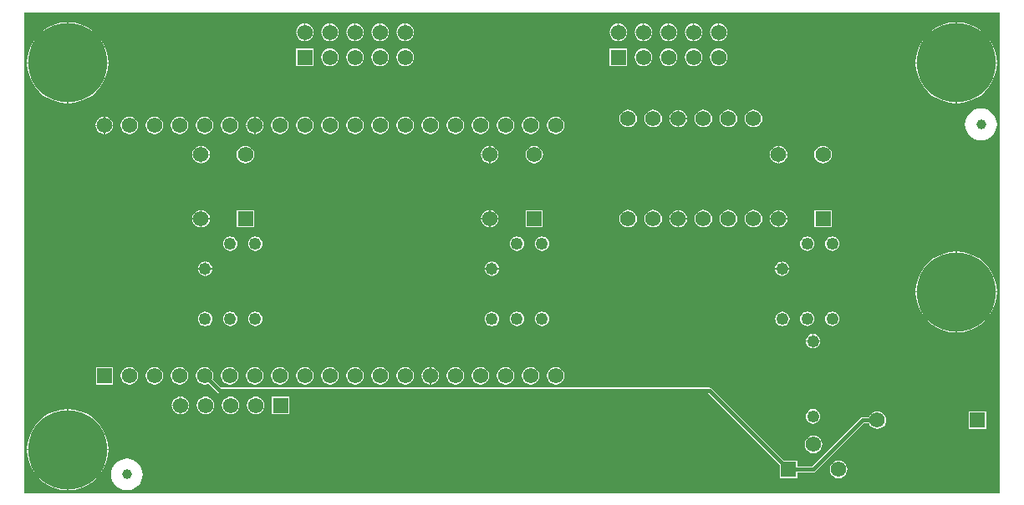
<source format=gbl>
G04*
G04 #@! TF.GenerationSoftware,Altium Limited,Altium Designer,20.0.13 (296)*
G04*
G04 Layer_Physical_Order=4*
G04 Layer_Color=16711680*
%FSLAX25Y25*%
%MOIN*%
G70*
G01*
G75*
%ADD17C,0.01500*%
%ADD18C,0.04921*%
%ADD19C,0.31496*%
%ADD20C,0.03937*%
%ADD21C,0.06142*%
%ADD22R,0.06142X0.06142*%
%ADD23R,0.06142X0.06142*%
G36*
X391286Y2415D02*
X2415D01*
Y194436D01*
X391286D01*
Y2415D01*
D02*
G37*
%LPC*%
G36*
X279472Y189911D02*
Y186637D01*
X282746D01*
X282653Y187343D01*
X282304Y188187D01*
X281747Y188912D01*
X281022Y189469D01*
X280178Y189819D01*
X279472Y189911D01*
D02*
G37*
G36*
X279072D02*
X278366Y189819D01*
X277521Y189469D01*
X276796Y188912D01*
X276240Y188187D01*
X275890Y187343D01*
X275797Y186637D01*
X279072D01*
Y189911D01*
D02*
G37*
G36*
X269472D02*
Y186637D01*
X272746D01*
X272653Y187343D01*
X272304Y188187D01*
X271747Y188912D01*
X271022Y189469D01*
X270178Y189819D01*
X269472Y189911D01*
D02*
G37*
G36*
X269072D02*
X268366Y189819D01*
X267521Y189469D01*
X266796Y188912D01*
X266240Y188187D01*
X265890Y187343D01*
X265797Y186637D01*
X269072D01*
Y189911D01*
D02*
G37*
G36*
X259472D02*
Y186637D01*
X262746D01*
X262653Y187343D01*
X262303Y188187D01*
X261747Y188912D01*
X261022Y189469D01*
X260178Y189819D01*
X259472Y189911D01*
D02*
G37*
G36*
X259072D02*
X258366Y189819D01*
X257521Y189469D01*
X256796Y188912D01*
X256240Y188187D01*
X255890Y187343D01*
X255797Y186637D01*
X259072D01*
Y189911D01*
D02*
G37*
G36*
X249472D02*
Y186637D01*
X252746D01*
X252653Y187343D01*
X252304Y188187D01*
X251747Y188912D01*
X251022Y189469D01*
X250178Y189819D01*
X249472Y189911D01*
D02*
G37*
G36*
X249072D02*
X248366Y189819D01*
X247521Y189469D01*
X246796Y188912D01*
X246240Y188187D01*
X245890Y187343D01*
X245797Y186637D01*
X249072D01*
Y189911D01*
D02*
G37*
G36*
X239472D02*
Y186637D01*
X242746D01*
X242653Y187343D01*
X242303Y188187D01*
X241747Y188912D01*
X241022Y189469D01*
X240178Y189819D01*
X239472Y189911D01*
D02*
G37*
G36*
X239072D02*
X238366Y189819D01*
X237521Y189469D01*
X236796Y188912D01*
X236240Y188187D01*
X235890Y187343D01*
X235797Y186637D01*
X239072D01*
Y189911D01*
D02*
G37*
G36*
X154472D02*
Y186637D01*
X157746D01*
X157653Y187343D01*
X157303Y188187D01*
X156747Y188912D01*
X156022Y189469D01*
X155178Y189819D01*
X154472Y189911D01*
D02*
G37*
G36*
X154072D02*
X153366Y189819D01*
X152521Y189469D01*
X151796Y188912D01*
X151240Y188187D01*
X150890Y187343D01*
X150797Y186637D01*
X154072D01*
Y189911D01*
D02*
G37*
G36*
X144472D02*
Y186637D01*
X147746D01*
X147653Y187343D01*
X147303Y188187D01*
X146747Y188912D01*
X146022Y189469D01*
X145178Y189819D01*
X144472Y189911D01*
D02*
G37*
G36*
X144072D02*
X143366Y189819D01*
X142521Y189469D01*
X141796Y188912D01*
X141240Y188187D01*
X140890Y187343D01*
X140797Y186637D01*
X144072D01*
Y189911D01*
D02*
G37*
G36*
X134472D02*
Y186637D01*
X137746D01*
X137653Y187343D01*
X137303Y188187D01*
X136747Y188912D01*
X136022Y189469D01*
X135178Y189819D01*
X134472Y189911D01*
D02*
G37*
G36*
X134072D02*
X133366Y189819D01*
X132521Y189469D01*
X131796Y188912D01*
X131240Y188187D01*
X130890Y187343D01*
X130797Y186637D01*
X134072D01*
Y189911D01*
D02*
G37*
G36*
X124472D02*
Y186637D01*
X127746D01*
X127653Y187343D01*
X127303Y188187D01*
X126747Y188912D01*
X126022Y189469D01*
X125178Y189819D01*
X124472Y189911D01*
D02*
G37*
G36*
X124072D02*
X123366Y189819D01*
X122521Y189469D01*
X121796Y188912D01*
X121240Y188187D01*
X120890Y187343D01*
X120797Y186637D01*
X124072D01*
Y189911D01*
D02*
G37*
G36*
X114472D02*
Y186637D01*
X117746D01*
X117653Y187343D01*
X117303Y188187D01*
X116747Y188912D01*
X116022Y189469D01*
X115178Y189819D01*
X114472Y189911D01*
D02*
G37*
G36*
X114072D02*
X113366Y189819D01*
X112521Y189469D01*
X111796Y188912D01*
X111240Y188187D01*
X110890Y187343D01*
X110797Y186637D01*
X114072D01*
Y189911D01*
D02*
G37*
G36*
X282746Y186237D02*
X279472D01*
Y182963D01*
X280178Y183055D01*
X281022Y183405D01*
X281747Y183962D01*
X282304Y184687D01*
X282653Y185531D01*
X282746Y186237D01*
D02*
G37*
G36*
X279072D02*
X275797D01*
X275890Y185531D01*
X276240Y184687D01*
X276796Y183962D01*
X277521Y183405D01*
X278366Y183055D01*
X279072Y182963D01*
Y186237D01*
D02*
G37*
G36*
X272746D02*
X269472D01*
Y182963D01*
X270178Y183055D01*
X271022Y183405D01*
X271747Y183962D01*
X272304Y184687D01*
X272653Y185531D01*
X272746Y186237D01*
D02*
G37*
G36*
X269072D02*
X265797D01*
X265890Y185531D01*
X266240Y184687D01*
X266796Y183962D01*
X267521Y183405D01*
X268366Y183055D01*
X269072Y182963D01*
Y186237D01*
D02*
G37*
G36*
X262746D02*
X259472D01*
Y182963D01*
X260178Y183055D01*
X261022Y183405D01*
X261747Y183962D01*
X262303Y184687D01*
X262653Y185531D01*
X262746Y186237D01*
D02*
G37*
G36*
X259072D02*
X255797D01*
X255890Y185531D01*
X256240Y184687D01*
X256796Y183962D01*
X257521Y183405D01*
X258366Y183055D01*
X259072Y182963D01*
Y186237D01*
D02*
G37*
G36*
X252746D02*
X249472D01*
Y182963D01*
X250178Y183055D01*
X251022Y183405D01*
X251747Y183962D01*
X252304Y184687D01*
X252653Y185531D01*
X252746Y186237D01*
D02*
G37*
G36*
X249072D02*
X245797D01*
X245890Y185531D01*
X246240Y184687D01*
X246796Y183962D01*
X247521Y183405D01*
X248366Y183055D01*
X249072Y182963D01*
Y186237D01*
D02*
G37*
G36*
X242746D02*
X239472D01*
Y182963D01*
X240178Y183055D01*
X241022Y183405D01*
X241747Y183962D01*
X242303Y184687D01*
X242653Y185531D01*
X242746Y186237D01*
D02*
G37*
G36*
X239072D02*
X235797D01*
X235890Y185531D01*
X236240Y184687D01*
X236796Y183962D01*
X237521Y183405D01*
X238366Y183055D01*
X239072Y182963D01*
Y186237D01*
D02*
G37*
G36*
X157746D02*
X154472D01*
Y182963D01*
X155178Y183055D01*
X156022Y183405D01*
X156747Y183962D01*
X157303Y184687D01*
X157653Y185531D01*
X157746Y186237D01*
D02*
G37*
G36*
X154072D02*
X150797D01*
X150890Y185531D01*
X151240Y184687D01*
X151796Y183962D01*
X152521Y183405D01*
X153366Y183055D01*
X154072Y182963D01*
Y186237D01*
D02*
G37*
G36*
X147746D02*
X144472D01*
Y182963D01*
X145178Y183055D01*
X146022Y183405D01*
X146747Y183962D01*
X147303Y184687D01*
X147653Y185531D01*
X147746Y186237D01*
D02*
G37*
G36*
X144072D02*
X140797D01*
X140890Y185531D01*
X141240Y184687D01*
X141796Y183962D01*
X142521Y183405D01*
X143366Y183055D01*
X144072Y182963D01*
Y186237D01*
D02*
G37*
G36*
X137746D02*
X134472D01*
Y182963D01*
X135178Y183055D01*
X136022Y183405D01*
X136747Y183962D01*
X137303Y184687D01*
X137653Y185531D01*
X137746Y186237D01*
D02*
G37*
G36*
X134072D02*
X130797D01*
X130890Y185531D01*
X131240Y184687D01*
X131796Y183962D01*
X132521Y183405D01*
X133366Y183055D01*
X134072Y182963D01*
Y186237D01*
D02*
G37*
G36*
X127746D02*
X124472D01*
Y182963D01*
X125178Y183055D01*
X126022Y183405D01*
X126747Y183962D01*
X127303Y184687D01*
X127653Y185531D01*
X127746Y186237D01*
D02*
G37*
G36*
X124072D02*
X120797D01*
X120890Y185531D01*
X121240Y184687D01*
X121796Y183962D01*
X122521Y183405D01*
X123366Y183055D01*
X124072Y182963D01*
Y186237D01*
D02*
G37*
G36*
X117746D02*
X114472D01*
Y182963D01*
X115178Y183055D01*
X116022Y183405D01*
X116747Y183962D01*
X117303Y184687D01*
X117653Y185531D01*
X117746Y186237D01*
D02*
G37*
G36*
X114072D02*
X110797D01*
X110890Y185531D01*
X111240Y184687D01*
X111796Y183962D01*
X112521Y183405D01*
X113366Y183055D01*
X114072Y182963D01*
Y186237D01*
D02*
G37*
G36*
X374216Y190395D02*
Y174413D01*
X390198D01*
X390014Y176746D01*
X389421Y179218D01*
X388448Y181566D01*
X387120Y183733D01*
X385469Y185666D01*
X383537Y187317D01*
X381369Y188645D01*
X379021Y189618D01*
X376550Y190211D01*
X374216Y190395D01*
D02*
G37*
G36*
X373816D02*
X371482Y190211D01*
X369010Y189618D01*
X366662Y188645D01*
X364495Y187317D01*
X362562Y185666D01*
X360911Y183733D01*
X359583Y181566D01*
X358611Y179218D01*
X358017Y176746D01*
X357834Y174413D01*
X373816D01*
Y190395D01*
D02*
G37*
G36*
X19885D02*
Y174413D01*
X35867D01*
X35684Y176746D01*
X35090Y179218D01*
X34117Y181566D01*
X32789Y183733D01*
X31139Y185666D01*
X29206Y187317D01*
X27039Y188645D01*
X24690Y189618D01*
X22219Y190211D01*
X19885Y190395D01*
D02*
G37*
G36*
X19485D02*
X17151Y190211D01*
X14680Y189618D01*
X12331Y188645D01*
X10164Y187317D01*
X8231Y185666D01*
X6581Y183733D01*
X5253Y181566D01*
X4280Y179218D01*
X3686Y176746D01*
X3503Y174413D01*
X19485D01*
Y190395D01*
D02*
G37*
G36*
X242742Y179908D02*
X235801D01*
Y172966D01*
X242742D01*
Y179908D01*
D02*
G37*
G36*
X117743D02*
X110801D01*
Y172966D01*
X117743D01*
Y179908D01*
D02*
G37*
G36*
X279272Y179938D02*
X278366Y179818D01*
X277521Y179469D01*
X276796Y178912D01*
X276240Y178187D01*
X275890Y177343D01*
X275771Y176437D01*
X275890Y175531D01*
X276240Y174687D01*
X276796Y173962D01*
X277521Y173405D01*
X278366Y173056D01*
X279272Y172936D01*
X280178Y173056D01*
X281022Y173405D01*
X281747Y173962D01*
X282304Y174687D01*
X282653Y175531D01*
X282772Y176437D01*
X282653Y177343D01*
X282304Y178187D01*
X281747Y178912D01*
X281022Y179469D01*
X280178Y179818D01*
X279272Y179938D01*
D02*
G37*
G36*
X269272D02*
X268366Y179818D01*
X267521Y179469D01*
X266796Y178912D01*
X266240Y178187D01*
X265890Y177343D01*
X265771Y176437D01*
X265890Y175531D01*
X266240Y174687D01*
X266796Y173962D01*
X267521Y173405D01*
X268366Y173056D01*
X269272Y172936D01*
X270178Y173056D01*
X271022Y173405D01*
X271747Y173962D01*
X272304Y174687D01*
X272653Y175531D01*
X272773Y176437D01*
X272653Y177343D01*
X272304Y178187D01*
X271747Y178912D01*
X271022Y179469D01*
X270178Y179818D01*
X269272Y179938D01*
D02*
G37*
G36*
X259272D02*
X258366Y179818D01*
X257521Y179469D01*
X256796Y178912D01*
X256240Y178187D01*
X255890Y177343D01*
X255771Y176437D01*
X255890Y175531D01*
X256240Y174687D01*
X256796Y173962D01*
X257521Y173405D01*
X258366Y173056D01*
X259272Y172936D01*
X260178Y173056D01*
X261022Y173405D01*
X261747Y173962D01*
X262303Y174687D01*
X262653Y175531D01*
X262772Y176437D01*
X262653Y177343D01*
X262303Y178187D01*
X261747Y178912D01*
X261022Y179469D01*
X260178Y179818D01*
X259272Y179938D01*
D02*
G37*
G36*
X249272D02*
X248366Y179818D01*
X247521Y179469D01*
X246796Y178912D01*
X246240Y178187D01*
X245890Y177343D01*
X245771Y176437D01*
X245890Y175531D01*
X246240Y174687D01*
X246796Y173962D01*
X247521Y173405D01*
X248366Y173056D01*
X249272Y172936D01*
X250178Y173056D01*
X251022Y173405D01*
X251747Y173962D01*
X252304Y174687D01*
X252653Y175531D01*
X252772Y176437D01*
X252653Y177343D01*
X252304Y178187D01*
X251747Y178912D01*
X251022Y179469D01*
X250178Y179818D01*
X249272Y179938D01*
D02*
G37*
G36*
X154272D02*
X153366Y179818D01*
X152521Y179469D01*
X151796Y178912D01*
X151240Y178187D01*
X150890Y177343D01*
X150771Y176437D01*
X150890Y175531D01*
X151240Y174687D01*
X151796Y173962D01*
X152521Y173405D01*
X153366Y173056D01*
X154272Y172936D01*
X155178Y173056D01*
X156022Y173405D01*
X156747Y173962D01*
X157303Y174687D01*
X157653Y175531D01*
X157773Y176437D01*
X157653Y177343D01*
X157303Y178187D01*
X156747Y178912D01*
X156022Y179469D01*
X155178Y179818D01*
X154272Y179938D01*
D02*
G37*
G36*
X144272D02*
X143366Y179818D01*
X142521Y179469D01*
X141796Y178912D01*
X141240Y178187D01*
X140890Y177343D01*
X140771Y176437D01*
X140890Y175531D01*
X141240Y174687D01*
X141796Y173962D01*
X142521Y173405D01*
X143366Y173056D01*
X144272Y172936D01*
X145178Y173056D01*
X146022Y173405D01*
X146747Y173962D01*
X147303Y174687D01*
X147653Y175531D01*
X147773Y176437D01*
X147653Y177343D01*
X147303Y178187D01*
X146747Y178912D01*
X146022Y179469D01*
X145178Y179818D01*
X144272Y179938D01*
D02*
G37*
G36*
X134272D02*
X133366Y179818D01*
X132521Y179469D01*
X131796Y178912D01*
X131240Y178187D01*
X130890Y177343D01*
X130771Y176437D01*
X130890Y175531D01*
X131240Y174687D01*
X131796Y173962D01*
X132521Y173405D01*
X133366Y173056D01*
X134272Y172936D01*
X135178Y173056D01*
X136022Y173405D01*
X136747Y173962D01*
X137303Y174687D01*
X137653Y175531D01*
X137773Y176437D01*
X137653Y177343D01*
X137303Y178187D01*
X136747Y178912D01*
X136022Y179469D01*
X135178Y179818D01*
X134272Y179938D01*
D02*
G37*
G36*
X124272D02*
X123366Y179818D01*
X122521Y179469D01*
X121796Y178912D01*
X121240Y178187D01*
X120890Y177343D01*
X120771Y176437D01*
X120890Y175531D01*
X121240Y174687D01*
X121796Y173962D01*
X122521Y173405D01*
X123366Y173056D01*
X124272Y172936D01*
X125178Y173056D01*
X126022Y173405D01*
X126747Y173962D01*
X127303Y174687D01*
X127653Y175531D01*
X127772Y176437D01*
X127653Y177343D01*
X127303Y178187D01*
X126747Y178912D01*
X126022Y179469D01*
X125178Y179818D01*
X124272Y179938D01*
D02*
G37*
G36*
X390198Y174013D02*
X374216D01*
Y158030D01*
X376550Y158214D01*
X379021Y158807D01*
X381369Y159780D01*
X383537Y161108D01*
X385469Y162759D01*
X387120Y164692D01*
X388448Y166859D01*
X389421Y169207D01*
X390014Y171679D01*
X390198Y174013D01*
D02*
G37*
G36*
X373816D02*
X357834D01*
X358017Y171679D01*
X358611Y169207D01*
X359583Y166859D01*
X360911Y164692D01*
X362562Y162759D01*
X364495Y161108D01*
X366662Y159780D01*
X369010Y158807D01*
X371482Y158214D01*
X373816Y158030D01*
Y174013D01*
D02*
G37*
G36*
X35867D02*
X19885D01*
Y158030D01*
X22219Y158214D01*
X24690Y158807D01*
X27039Y159780D01*
X29206Y161108D01*
X31139Y162759D01*
X32789Y164692D01*
X34117Y166859D01*
X35090Y169207D01*
X35684Y171679D01*
X35867Y174013D01*
D02*
G37*
G36*
X19485D02*
X3503D01*
X3686Y171679D01*
X4280Y169207D01*
X5253Y166859D01*
X6581Y164692D01*
X8231Y162759D01*
X10164Y161108D01*
X12331Y159780D01*
X14680Y158807D01*
X17151Y158214D01*
X19485Y158030D01*
Y174013D01*
D02*
G37*
G36*
X263350Y155443D02*
Y152169D01*
X266624D01*
X266531Y152875D01*
X266181Y153719D01*
X265625Y154444D01*
X264900Y155000D01*
X264056Y155350D01*
X263350Y155443D01*
D02*
G37*
G36*
X262950D02*
X262244Y155350D01*
X261399Y155000D01*
X260674Y154444D01*
X260118Y153719D01*
X259768Y152875D01*
X259675Y152169D01*
X262950D01*
Y155443D01*
D02*
G37*
G36*
X94531Y152687D02*
Y149413D01*
X97805D01*
X97712Y150119D01*
X97363Y150963D01*
X96806Y151688D01*
X96081Y152244D01*
X95237Y152594D01*
X94531Y152687D01*
D02*
G37*
G36*
X34531D02*
Y149413D01*
X37805D01*
X37712Y150119D01*
X37363Y150963D01*
X36806Y151688D01*
X36081Y152244D01*
X35237Y152594D01*
X34531Y152687D01*
D02*
G37*
G36*
X34131D02*
X33425Y152594D01*
X32580Y152244D01*
X31855Y151688D01*
X31299Y150963D01*
X30949Y150119D01*
X30856Y149413D01*
X34131D01*
Y152687D01*
D02*
G37*
G36*
X94131D02*
X93425Y152594D01*
X92580Y152244D01*
X91855Y151688D01*
X91299Y150963D01*
X90949Y150119D01*
X90856Y149413D01*
X94131D01*
Y152687D01*
D02*
G37*
G36*
X262950Y151769D02*
X259675D01*
X259768Y151062D01*
X260118Y150218D01*
X260674Y149493D01*
X261399Y148937D01*
X262244Y148587D01*
X262950Y148494D01*
Y151769D01*
D02*
G37*
G36*
X266624D02*
X263350D01*
Y148494D01*
X264056Y148587D01*
X264900Y148937D01*
X265625Y149493D01*
X266181Y150218D01*
X266531Y151062D01*
X266624Y151769D01*
D02*
G37*
G36*
X293150Y155469D02*
X292244Y155350D01*
X291399Y155000D01*
X290674Y154444D01*
X290118Y153719D01*
X289768Y152875D01*
X289649Y151969D01*
X289768Y151062D01*
X290118Y150218D01*
X290674Y149493D01*
X291399Y148937D01*
X292244Y148587D01*
X293150Y148468D01*
X294056Y148587D01*
X294900Y148937D01*
X295625Y149493D01*
X296181Y150218D01*
X296531Y151062D01*
X296650Y151969D01*
X296531Y152875D01*
X296181Y153719D01*
X295625Y154444D01*
X294900Y155000D01*
X294056Y155350D01*
X293150Y155469D01*
D02*
G37*
G36*
X283150D02*
X282243Y155350D01*
X281399Y155000D01*
X280674Y154444D01*
X280118Y153719D01*
X279768Y152875D01*
X279649Y151969D01*
X279768Y151062D01*
X280118Y150218D01*
X280674Y149493D01*
X281399Y148937D01*
X282243Y148587D01*
X283150Y148468D01*
X284056Y148587D01*
X284900Y148937D01*
X285625Y149493D01*
X286181Y150218D01*
X286531Y151062D01*
X286650Y151969D01*
X286531Y152875D01*
X286181Y153719D01*
X285625Y154444D01*
X284900Y155000D01*
X284056Y155350D01*
X283150Y155469D01*
D02*
G37*
G36*
X273150D02*
X272243Y155350D01*
X271399Y155000D01*
X270674Y154444D01*
X270118Y153719D01*
X269768Y152875D01*
X269649Y151969D01*
X269768Y151062D01*
X270118Y150218D01*
X270674Y149493D01*
X271399Y148937D01*
X272243Y148587D01*
X273150Y148468D01*
X274056Y148587D01*
X274900Y148937D01*
X275625Y149493D01*
X276181Y150218D01*
X276531Y151062D01*
X276650Y151969D01*
X276531Y152875D01*
X276181Y153719D01*
X275625Y154444D01*
X274900Y155000D01*
X274056Y155350D01*
X273150Y155469D01*
D02*
G37*
G36*
X253150D02*
X252243Y155350D01*
X251399Y155000D01*
X250674Y154444D01*
X250118Y153719D01*
X249768Y152875D01*
X249649Y151969D01*
X249768Y151062D01*
X250118Y150218D01*
X250674Y149493D01*
X251399Y148937D01*
X252243Y148587D01*
X253150Y148468D01*
X254056Y148587D01*
X254900Y148937D01*
X255625Y149493D01*
X256181Y150218D01*
X256531Y151062D01*
X256650Y151969D01*
X256531Y152875D01*
X256181Y153719D01*
X255625Y154444D01*
X254900Y155000D01*
X254056Y155350D01*
X253150Y155469D01*
D02*
G37*
G36*
X243150D02*
X242244Y155350D01*
X241399Y155000D01*
X240674Y154444D01*
X240118Y153719D01*
X239768Y152875D01*
X239649Y151969D01*
X239768Y151062D01*
X240118Y150218D01*
X240674Y149493D01*
X241399Y148937D01*
X242244Y148587D01*
X243150Y148468D01*
X244056Y148587D01*
X244900Y148937D01*
X245625Y149493D01*
X246181Y150218D01*
X246531Y151062D01*
X246650Y151969D01*
X246531Y152875D01*
X246181Y153719D01*
X245625Y154444D01*
X244900Y155000D01*
X244056Y155350D01*
X243150Y155469D01*
D02*
G37*
G36*
X97805Y149013D02*
X94531D01*
Y145738D01*
X95237Y145831D01*
X96081Y146181D01*
X96806Y146737D01*
X97363Y147462D01*
X97712Y148307D01*
X97805Y149013D01*
D02*
G37*
G36*
X37805D02*
X34531D01*
Y145738D01*
X35237Y145831D01*
X36081Y146181D01*
X36806Y146737D01*
X37363Y147462D01*
X37712Y148307D01*
X37805Y149013D01*
D02*
G37*
G36*
X34131D02*
X30856D01*
X30949Y148307D01*
X31299Y147462D01*
X31855Y146737D01*
X32580Y146181D01*
X33425Y145831D01*
X34131Y145738D01*
Y149013D01*
D02*
G37*
G36*
X94131D02*
X90856D01*
X90949Y148307D01*
X91299Y147462D01*
X91855Y146737D01*
X92580Y146181D01*
X93425Y145831D01*
X94131Y145738D01*
Y149013D01*
D02*
G37*
G36*
X214331Y152713D02*
X213425Y152594D01*
X212580Y152244D01*
X211855Y151688D01*
X211299Y150963D01*
X210949Y150119D01*
X210830Y149213D01*
X210949Y148307D01*
X211299Y147462D01*
X211855Y146737D01*
X212580Y146181D01*
X213425Y145831D01*
X214331Y145712D01*
X215237Y145831D01*
X216081Y146181D01*
X216806Y146737D01*
X217362Y147462D01*
X217712Y148307D01*
X217831Y149213D01*
X217712Y150119D01*
X217362Y150963D01*
X216806Y151688D01*
X216081Y152244D01*
X215237Y152594D01*
X214331Y152713D01*
D02*
G37*
G36*
X204331D02*
X203425Y152594D01*
X202580Y152244D01*
X201855Y151688D01*
X201299Y150963D01*
X200949Y150119D01*
X200830Y149213D01*
X200949Y148307D01*
X201299Y147462D01*
X201855Y146737D01*
X202580Y146181D01*
X203425Y145831D01*
X204331Y145712D01*
X205237Y145831D01*
X206081Y146181D01*
X206806Y146737D01*
X207363Y147462D01*
X207712Y148307D01*
X207832Y149213D01*
X207712Y150119D01*
X207363Y150963D01*
X206806Y151688D01*
X206081Y152244D01*
X205237Y152594D01*
X204331Y152713D01*
D02*
G37*
G36*
X194331D02*
X193425Y152594D01*
X192580Y152244D01*
X191855Y151688D01*
X191299Y150963D01*
X190949Y150119D01*
X190830Y149213D01*
X190949Y148307D01*
X191299Y147462D01*
X191855Y146737D01*
X192580Y146181D01*
X193425Y145831D01*
X194331Y145712D01*
X195237Y145831D01*
X196081Y146181D01*
X196806Y146737D01*
X197362Y147462D01*
X197712Y148307D01*
X197831Y149213D01*
X197712Y150119D01*
X197362Y150963D01*
X196806Y151688D01*
X196081Y152244D01*
X195237Y152594D01*
X194331Y152713D01*
D02*
G37*
G36*
X184331D02*
X183425Y152594D01*
X182580Y152244D01*
X181855Y151688D01*
X181299Y150963D01*
X180949Y150119D01*
X180830Y149213D01*
X180949Y148307D01*
X181299Y147462D01*
X181855Y146737D01*
X182580Y146181D01*
X183425Y145831D01*
X184331Y145712D01*
X185237Y145831D01*
X186081Y146181D01*
X186806Y146737D01*
X187363Y147462D01*
X187712Y148307D01*
X187831Y149213D01*
X187712Y150119D01*
X187363Y150963D01*
X186806Y151688D01*
X186081Y152244D01*
X185237Y152594D01*
X184331Y152713D01*
D02*
G37*
G36*
X174331D02*
X173425Y152594D01*
X172580Y152244D01*
X171855Y151688D01*
X171299Y150963D01*
X170949Y150119D01*
X170830Y149213D01*
X170949Y148307D01*
X171299Y147462D01*
X171855Y146737D01*
X172580Y146181D01*
X173425Y145831D01*
X174331Y145712D01*
X175237Y145831D01*
X176081Y146181D01*
X176806Y146737D01*
X177363Y147462D01*
X177712Y148307D01*
X177831Y149213D01*
X177712Y150119D01*
X177363Y150963D01*
X176806Y151688D01*
X176081Y152244D01*
X175237Y152594D01*
X174331Y152713D01*
D02*
G37*
G36*
X164331D02*
X163425Y152594D01*
X162580Y152244D01*
X161855Y151688D01*
X161299Y150963D01*
X160949Y150119D01*
X160830Y149213D01*
X160949Y148307D01*
X161299Y147462D01*
X161855Y146737D01*
X162580Y146181D01*
X163425Y145831D01*
X164331Y145712D01*
X165237Y145831D01*
X166081Y146181D01*
X166806Y146737D01*
X167362Y147462D01*
X167712Y148307D01*
X167832Y149213D01*
X167712Y150119D01*
X167362Y150963D01*
X166806Y151688D01*
X166081Y152244D01*
X165237Y152594D01*
X164331Y152713D01*
D02*
G37*
G36*
X154331D02*
X153425Y152594D01*
X152580Y152244D01*
X151855Y151688D01*
X151299Y150963D01*
X150949Y150119D01*
X150830Y149213D01*
X150949Y148307D01*
X151299Y147462D01*
X151855Y146737D01*
X152580Y146181D01*
X153425Y145831D01*
X154331Y145712D01*
X155237Y145831D01*
X156081Y146181D01*
X156806Y146737D01*
X157362Y147462D01*
X157712Y148307D01*
X157832Y149213D01*
X157712Y150119D01*
X157362Y150963D01*
X156806Y151688D01*
X156081Y152244D01*
X155237Y152594D01*
X154331Y152713D01*
D02*
G37*
G36*
X144331D02*
X143425Y152594D01*
X142580Y152244D01*
X141855Y151688D01*
X141299Y150963D01*
X140949Y150119D01*
X140830Y149213D01*
X140949Y148307D01*
X141299Y147462D01*
X141855Y146737D01*
X142580Y146181D01*
X143425Y145831D01*
X144331Y145712D01*
X145237Y145831D01*
X146081Y146181D01*
X146806Y146737D01*
X147362Y147462D01*
X147712Y148307D01*
X147831Y149213D01*
X147712Y150119D01*
X147362Y150963D01*
X146806Y151688D01*
X146081Y152244D01*
X145237Y152594D01*
X144331Y152713D01*
D02*
G37*
G36*
X134331D02*
X133425Y152594D01*
X132580Y152244D01*
X131855Y151688D01*
X131299Y150963D01*
X130949Y150119D01*
X130830Y149213D01*
X130949Y148307D01*
X131299Y147462D01*
X131855Y146737D01*
X132580Y146181D01*
X133425Y145831D01*
X134331Y145712D01*
X135237Y145831D01*
X136081Y146181D01*
X136806Y146737D01*
X137363Y147462D01*
X137712Y148307D01*
X137831Y149213D01*
X137712Y150119D01*
X137363Y150963D01*
X136806Y151688D01*
X136081Y152244D01*
X135237Y152594D01*
X134331Y152713D01*
D02*
G37*
G36*
X124331D02*
X123425Y152594D01*
X122580Y152244D01*
X121855Y151688D01*
X121299Y150963D01*
X120949Y150119D01*
X120830Y149213D01*
X120949Y148307D01*
X121299Y147462D01*
X121855Y146737D01*
X122580Y146181D01*
X123425Y145831D01*
X124331Y145712D01*
X125237Y145831D01*
X126081Y146181D01*
X126806Y146737D01*
X127363Y147462D01*
X127712Y148307D01*
X127831Y149213D01*
X127712Y150119D01*
X127363Y150963D01*
X126806Y151688D01*
X126081Y152244D01*
X125237Y152594D01*
X124331Y152713D01*
D02*
G37*
G36*
X114331D02*
X113425Y152594D01*
X112580Y152244D01*
X111855Y151688D01*
X111299Y150963D01*
X110949Y150119D01*
X110830Y149213D01*
X110949Y148307D01*
X111299Y147462D01*
X111855Y146737D01*
X112580Y146181D01*
X113425Y145831D01*
X114331Y145712D01*
X115237Y145831D01*
X116081Y146181D01*
X116806Y146737D01*
X117362Y147462D01*
X117712Y148307D01*
X117832Y149213D01*
X117712Y150119D01*
X117362Y150963D01*
X116806Y151688D01*
X116081Y152244D01*
X115237Y152594D01*
X114331Y152713D01*
D02*
G37*
G36*
X104331D02*
X103425Y152594D01*
X102580Y152244D01*
X101855Y151688D01*
X101299Y150963D01*
X100949Y150119D01*
X100830Y149213D01*
X100949Y148307D01*
X101299Y147462D01*
X101855Y146737D01*
X102580Y146181D01*
X103425Y145831D01*
X104331Y145712D01*
X105237Y145831D01*
X106081Y146181D01*
X106806Y146737D01*
X107362Y147462D01*
X107712Y148307D01*
X107832Y149213D01*
X107712Y150119D01*
X107362Y150963D01*
X106806Y151688D01*
X106081Y152244D01*
X105237Y152594D01*
X104331Y152713D01*
D02*
G37*
G36*
X84331D02*
X83425Y152594D01*
X82580Y152244D01*
X81855Y151688D01*
X81299Y150963D01*
X80949Y150119D01*
X80830Y149213D01*
X80949Y148307D01*
X81299Y147462D01*
X81855Y146737D01*
X82580Y146181D01*
X83425Y145831D01*
X84331Y145712D01*
X85237Y145831D01*
X86081Y146181D01*
X86806Y146737D01*
X87362Y147462D01*
X87712Y148307D01*
X87831Y149213D01*
X87712Y150119D01*
X87362Y150963D01*
X86806Y151688D01*
X86081Y152244D01*
X85237Y152594D01*
X84331Y152713D01*
D02*
G37*
G36*
X74331D02*
X73425Y152594D01*
X72580Y152244D01*
X71855Y151688D01*
X71299Y150963D01*
X70949Y150119D01*
X70830Y149213D01*
X70949Y148307D01*
X71299Y147462D01*
X71855Y146737D01*
X72580Y146181D01*
X73425Y145831D01*
X74331Y145712D01*
X75237Y145831D01*
X76081Y146181D01*
X76806Y146737D01*
X77363Y147462D01*
X77712Y148307D01*
X77832Y149213D01*
X77712Y150119D01*
X77363Y150963D01*
X76806Y151688D01*
X76081Y152244D01*
X75237Y152594D01*
X74331Y152713D01*
D02*
G37*
G36*
X64331D02*
X63425Y152594D01*
X62580Y152244D01*
X61855Y151688D01*
X61299Y150963D01*
X60949Y150119D01*
X60830Y149213D01*
X60949Y148307D01*
X61299Y147462D01*
X61855Y146737D01*
X62580Y146181D01*
X63425Y145831D01*
X64331Y145712D01*
X65237Y145831D01*
X66081Y146181D01*
X66806Y146737D01*
X67362Y147462D01*
X67712Y148307D01*
X67831Y149213D01*
X67712Y150119D01*
X67362Y150963D01*
X66806Y151688D01*
X66081Y152244D01*
X65237Y152594D01*
X64331Y152713D01*
D02*
G37*
G36*
X54331D02*
X53425Y152594D01*
X52580Y152244D01*
X51855Y151688D01*
X51299Y150963D01*
X50949Y150119D01*
X50830Y149213D01*
X50949Y148307D01*
X51299Y147462D01*
X51855Y146737D01*
X52580Y146181D01*
X53425Y145831D01*
X54331Y145712D01*
X55237Y145831D01*
X56081Y146181D01*
X56806Y146737D01*
X57363Y147462D01*
X57712Y148307D01*
X57832Y149213D01*
X57712Y150119D01*
X57363Y150963D01*
X56806Y151688D01*
X56081Y152244D01*
X55237Y152594D01*
X54331Y152713D01*
D02*
G37*
G36*
X44331D02*
X43425Y152594D01*
X42580Y152244D01*
X41855Y151688D01*
X41299Y150963D01*
X40949Y150119D01*
X40830Y149213D01*
X40949Y148307D01*
X41299Y147462D01*
X41855Y146737D01*
X42580Y146181D01*
X43425Y145831D01*
X44331Y145712D01*
X45237Y145831D01*
X46081Y146181D01*
X46806Y146737D01*
X47363Y147462D01*
X47712Y148307D01*
X47831Y149213D01*
X47712Y150119D01*
X47363Y150963D01*
X46806Y151688D01*
X46081Y152244D01*
X45237Y152594D01*
X44331Y152713D01*
D02*
G37*
G36*
X383858Y155942D02*
X382622Y155821D01*
X381434Y155460D01*
X380338Y154875D01*
X379378Y154086D01*
X378590Y153126D01*
X378005Y152031D01*
X377644Y150842D01*
X377522Y149606D01*
X377644Y148370D01*
X378005Y147182D01*
X378590Y146086D01*
X379378Y145126D01*
X380338Y144338D01*
X381434Y143753D01*
X382622Y143392D01*
X383858Y143270D01*
X385094Y143392D01*
X386283Y143753D01*
X387378Y144338D01*
X388338Y145126D01*
X389126Y146086D01*
X389712Y147182D01*
X390073Y148370D01*
X390194Y149606D01*
X390073Y150842D01*
X389712Y152031D01*
X389126Y153126D01*
X388338Y154086D01*
X387378Y154875D01*
X386283Y155460D01*
X385094Y155821D01*
X383858Y155942D01*
D02*
G37*
G36*
X303350Y141033D02*
Y137759D01*
X306624D01*
X306531Y138465D01*
X306181Y139309D01*
X305625Y140034D01*
X304900Y140591D01*
X304056Y140941D01*
X303350Y141033D01*
D02*
G37*
G36*
X188192D02*
Y137759D01*
X191467D01*
X191374Y138465D01*
X191024Y139309D01*
X190468Y140034D01*
X189743Y140591D01*
X188898Y140941D01*
X188192Y141033D01*
D02*
G37*
G36*
X73035D02*
Y137759D01*
X76309D01*
X76216Y138465D01*
X75866Y139309D01*
X75310Y140034D01*
X74585Y140591D01*
X73741Y140941D01*
X73035Y141033D01*
D02*
G37*
G36*
X302950D02*
X302243Y140941D01*
X301399Y140591D01*
X300674Y140034D01*
X300118Y139309D01*
X299768Y138465D01*
X299675Y137759D01*
X302950D01*
Y141033D01*
D02*
G37*
G36*
X72635D02*
X71929Y140941D01*
X71084Y140591D01*
X70359Y140034D01*
X69803Y139309D01*
X69453Y138465D01*
X69360Y137759D01*
X72635D01*
Y141033D01*
D02*
G37*
G36*
X187792D02*
X187086Y140941D01*
X186242Y140591D01*
X185517Y140034D01*
X184960Y139309D01*
X184611Y138465D01*
X184518Y137759D01*
X187792D01*
Y141033D01*
D02*
G37*
G36*
X191467Y137359D02*
X188192D01*
Y134085D01*
X188898Y134177D01*
X189743Y134527D01*
X190468Y135084D01*
X191024Y135809D01*
X191374Y136653D01*
X191467Y137359D01*
D02*
G37*
G36*
X306624D02*
X303350D01*
Y134085D01*
X304056Y134177D01*
X304900Y134527D01*
X305625Y135084D01*
X306181Y135809D01*
X306531Y136653D01*
X306624Y137359D01*
D02*
G37*
G36*
X76309D02*
X73035D01*
Y134085D01*
X73741Y134177D01*
X74585Y134527D01*
X75310Y135084D01*
X75866Y135809D01*
X76216Y136653D01*
X76309Y137359D01*
D02*
G37*
G36*
X72635D02*
X69360D01*
X69453Y136653D01*
X69803Y135809D01*
X70359Y135084D01*
X71084Y134527D01*
X71929Y134177D01*
X72635Y134085D01*
Y137359D01*
D02*
G37*
G36*
X302950D02*
X299675D01*
X299768Y136653D01*
X300118Y135809D01*
X300674Y135084D01*
X301399Y134527D01*
X302243Y134177D01*
X302950Y134085D01*
Y137359D01*
D02*
G37*
G36*
X187792D02*
X184518D01*
X184611Y136653D01*
X184960Y135809D01*
X185517Y135084D01*
X186242Y134527D01*
X187086Y134177D01*
X187792Y134085D01*
Y137359D01*
D02*
G37*
G36*
X320866Y141060D02*
X319960Y140941D01*
X319116Y140591D01*
X318391Y140034D01*
X317834Y139309D01*
X317485Y138465D01*
X317365Y137559D01*
X317485Y136653D01*
X317834Y135809D01*
X318391Y135084D01*
X319116Y134527D01*
X319960Y134177D01*
X320866Y134058D01*
X321772Y134177D01*
X322617Y134527D01*
X323342Y135084D01*
X323898Y135809D01*
X324248Y136653D01*
X324367Y137559D01*
X324248Y138465D01*
X323898Y139309D01*
X323342Y140034D01*
X322617Y140591D01*
X321772Y140941D01*
X320866Y141060D01*
D02*
G37*
G36*
X205709D02*
X204803Y140941D01*
X203958Y140591D01*
X203233Y140034D01*
X202677Y139309D01*
X202327Y138465D01*
X202208Y137559D01*
X202327Y136653D01*
X202677Y135809D01*
X203233Y135084D01*
X203958Y134527D01*
X204803Y134177D01*
X205709Y134058D01*
X206615Y134177D01*
X207459Y134527D01*
X208184Y135084D01*
X208740Y135809D01*
X209090Y136653D01*
X209209Y137559D01*
X209090Y138465D01*
X208740Y139309D01*
X208184Y140034D01*
X207459Y140591D01*
X206615Y140941D01*
X205709Y141060D01*
D02*
G37*
G36*
X90551D02*
X89645Y140941D01*
X88801Y140591D01*
X88076Y140034D01*
X87519Y139309D01*
X87170Y138465D01*
X87050Y137559D01*
X87170Y136653D01*
X87519Y135809D01*
X88076Y135084D01*
X88801Y134527D01*
X89645Y134177D01*
X90551Y134058D01*
X91457Y134177D01*
X92302Y134527D01*
X93027Y135084D01*
X93583Y135809D01*
X93933Y136653D01*
X94052Y137559D01*
X93933Y138465D01*
X93583Y139309D01*
X93027Y140034D01*
X92302Y140591D01*
X91457Y140941D01*
X90551Y141060D01*
D02*
G37*
G36*
X263350Y115443D02*
Y112169D01*
X266624D01*
X266531Y112875D01*
X266181Y113719D01*
X265625Y114444D01*
X264900Y115000D01*
X264056Y115350D01*
X263350Y115443D01*
D02*
G37*
G36*
X303350D02*
Y112169D01*
X306624D01*
X306531Y112875D01*
X306181Y113719D01*
X305625Y114444D01*
X304900Y115000D01*
X304056Y115350D01*
X303350Y115443D01*
D02*
G37*
G36*
X188192D02*
Y112169D01*
X191467D01*
X191374Y112875D01*
X191024Y113719D01*
X190468Y114444D01*
X189743Y115000D01*
X188898Y115350D01*
X188192Y115443D01*
D02*
G37*
G36*
X73035D02*
Y112169D01*
X76309D01*
X76216Y112875D01*
X75866Y113719D01*
X75310Y114444D01*
X74585Y115000D01*
X73741Y115350D01*
X73035Y115443D01*
D02*
G37*
G36*
X187792D02*
X187086Y115350D01*
X186242Y115000D01*
X185517Y114444D01*
X184960Y113719D01*
X184611Y112875D01*
X184518Y112169D01*
X187792D01*
Y115443D01*
D02*
G37*
G36*
X72635D02*
X71929Y115350D01*
X71084Y115000D01*
X70359Y114444D01*
X69803Y113719D01*
X69453Y112875D01*
X69360Y112169D01*
X72635D01*
Y115443D01*
D02*
G37*
G36*
X302950D02*
X302243Y115350D01*
X301399Y115000D01*
X300674Y114444D01*
X300118Y113719D01*
X299768Y112875D01*
X299675Y112169D01*
X302950D01*
Y115443D01*
D02*
G37*
G36*
X262950D02*
X262244Y115350D01*
X261399Y115000D01*
X260674Y114444D01*
X260118Y113719D01*
X259768Y112875D01*
X259675Y112169D01*
X262950D01*
Y115443D01*
D02*
G37*
G36*
X324337Y115439D02*
X317395D01*
Y108498D01*
X324337D01*
Y115439D01*
D02*
G37*
G36*
X209179D02*
X202238D01*
Y108498D01*
X209179D01*
Y115439D01*
D02*
G37*
G36*
X94022D02*
X87080D01*
Y108498D01*
X94022D01*
Y115439D01*
D02*
G37*
G36*
X262950Y111768D02*
X259675D01*
X259768Y111062D01*
X260118Y110218D01*
X260674Y109493D01*
X261399Y108937D01*
X262244Y108587D01*
X262950Y108494D01*
Y111768D01*
D02*
G37*
G36*
X306624D02*
X303350D01*
Y108494D01*
X304056Y108587D01*
X304900Y108937D01*
X305625Y109493D01*
X306181Y110218D01*
X306531Y111062D01*
X306624Y111768D01*
D02*
G37*
G36*
X76309D02*
X73035D01*
Y108494D01*
X73741Y108587D01*
X74585Y108937D01*
X75310Y109493D01*
X75866Y110218D01*
X76216Y111062D01*
X76309Y111768D01*
D02*
G37*
G36*
X191467D02*
X188192D01*
Y108494D01*
X188898Y108587D01*
X189743Y108937D01*
X190468Y109493D01*
X191024Y110218D01*
X191374Y111062D01*
X191467Y111768D01*
D02*
G37*
G36*
X72635D02*
X69360D01*
X69453Y111062D01*
X69803Y110218D01*
X70359Y109493D01*
X71084Y108937D01*
X71929Y108587D01*
X72635Y108494D01*
Y111768D01*
D02*
G37*
G36*
X302950D02*
X299675D01*
X299768Y111062D01*
X300118Y110218D01*
X300674Y109493D01*
X301399Y108937D01*
X302243Y108587D01*
X302950Y108494D01*
Y111768D01*
D02*
G37*
G36*
X187792D02*
X184518D01*
X184611Y111062D01*
X184960Y110218D01*
X185517Y109493D01*
X186242Y108937D01*
X187086Y108587D01*
X187792Y108494D01*
Y111768D01*
D02*
G37*
G36*
X266624D02*
X263350D01*
Y108494D01*
X264056Y108587D01*
X264900Y108937D01*
X265625Y109493D01*
X266181Y110218D01*
X266531Y111062D01*
X266624Y111768D01*
D02*
G37*
G36*
X293150Y115469D02*
X292244Y115350D01*
X291399Y115000D01*
X290674Y114444D01*
X290118Y113719D01*
X289768Y112875D01*
X289649Y111969D01*
X289768Y111062D01*
X290118Y110218D01*
X290674Y109493D01*
X291399Y108937D01*
X292244Y108587D01*
X293150Y108468D01*
X294056Y108587D01*
X294900Y108937D01*
X295625Y109493D01*
X296181Y110218D01*
X296531Y111062D01*
X296650Y111969D01*
X296531Y112875D01*
X296181Y113719D01*
X295625Y114444D01*
X294900Y115000D01*
X294056Y115350D01*
X293150Y115469D01*
D02*
G37*
G36*
X283150D02*
X282243Y115350D01*
X281399Y115000D01*
X280674Y114444D01*
X280118Y113719D01*
X279768Y112875D01*
X279649Y111969D01*
X279768Y111062D01*
X280118Y110218D01*
X280674Y109493D01*
X281399Y108937D01*
X282243Y108587D01*
X283150Y108468D01*
X284056Y108587D01*
X284900Y108937D01*
X285625Y109493D01*
X286181Y110218D01*
X286531Y111062D01*
X286650Y111969D01*
X286531Y112875D01*
X286181Y113719D01*
X285625Y114444D01*
X284900Y115000D01*
X284056Y115350D01*
X283150Y115469D01*
D02*
G37*
G36*
X273150D02*
X272243Y115350D01*
X271399Y115000D01*
X270674Y114444D01*
X270118Y113719D01*
X269768Y112875D01*
X269649Y111969D01*
X269768Y111062D01*
X270118Y110218D01*
X270674Y109493D01*
X271399Y108937D01*
X272243Y108587D01*
X273150Y108468D01*
X274056Y108587D01*
X274900Y108937D01*
X275625Y109493D01*
X276181Y110218D01*
X276531Y111062D01*
X276650Y111969D01*
X276531Y112875D01*
X276181Y113719D01*
X275625Y114444D01*
X274900Y115000D01*
X274056Y115350D01*
X273150Y115469D01*
D02*
G37*
G36*
X253150D02*
X252243Y115350D01*
X251399Y115000D01*
X250674Y114444D01*
X250118Y113719D01*
X249768Y112875D01*
X249649Y111969D01*
X249768Y111062D01*
X250118Y110218D01*
X250674Y109493D01*
X251399Y108937D01*
X252243Y108587D01*
X253150Y108468D01*
X254056Y108587D01*
X254900Y108937D01*
X255625Y109493D01*
X256181Y110218D01*
X256531Y111062D01*
X256650Y111969D01*
X256531Y112875D01*
X256181Y113719D01*
X255625Y114444D01*
X254900Y115000D01*
X254056Y115350D01*
X253150Y115469D01*
D02*
G37*
G36*
X243150D02*
X242244Y115350D01*
X241399Y115000D01*
X240674Y114444D01*
X240118Y113719D01*
X239768Y112875D01*
X239649Y111969D01*
X239768Y111062D01*
X240118Y110218D01*
X240674Y109493D01*
X241399Y108937D01*
X242244Y108587D01*
X243150Y108468D01*
X244056Y108587D01*
X244900Y108937D01*
X245625Y109493D01*
X246181Y110218D01*
X246531Y111062D01*
X246650Y111969D01*
X246531Y112875D01*
X246181Y113719D01*
X245625Y114444D01*
X244900Y115000D01*
X244056Y115350D01*
X243150Y115469D01*
D02*
G37*
G36*
X324626Y104854D02*
X323879Y104755D01*
X323183Y104467D01*
X322586Y104009D01*
X322127Y103411D01*
X321839Y102715D01*
X321741Y101969D01*
X321839Y101222D01*
X322127Y100526D01*
X322586Y99928D01*
X323183Y99470D01*
X323879Y99181D01*
X324626Y99083D01*
X325373Y99181D01*
X326069Y99470D01*
X326666Y99928D01*
X327125Y100526D01*
X327413Y101222D01*
X327511Y101969D01*
X327413Y102715D01*
X327125Y103411D01*
X326666Y104009D01*
X326069Y104467D01*
X325373Y104755D01*
X324626Y104854D01*
D02*
G37*
G36*
X314626D02*
X313879Y104755D01*
X313183Y104467D01*
X312586Y104009D01*
X312127Y103411D01*
X311839Y102715D01*
X311741Y101969D01*
X311839Y101222D01*
X312127Y100526D01*
X312586Y99928D01*
X313183Y99470D01*
X313879Y99181D01*
X314626Y99083D01*
X315373Y99181D01*
X316069Y99470D01*
X316666Y99928D01*
X317125Y100526D01*
X317413Y101222D01*
X317511Y101969D01*
X317413Y102715D01*
X317125Y103411D01*
X316666Y104009D01*
X316069Y104467D01*
X315373Y104755D01*
X314626Y104854D01*
D02*
G37*
G36*
X208819D02*
X208072Y104755D01*
X207376Y104467D01*
X206779Y104009D01*
X206320Y103411D01*
X206032Y102715D01*
X205934Y101969D01*
X206032Y101222D01*
X206320Y100526D01*
X206779Y99928D01*
X207376Y99470D01*
X208072Y99181D01*
X208819Y99083D01*
X209566Y99181D01*
X210262Y99470D01*
X210859Y99928D01*
X211318Y100526D01*
X211606Y101222D01*
X211704Y101969D01*
X211606Y102715D01*
X211318Y103411D01*
X210859Y104009D01*
X210262Y104467D01*
X209566Y104755D01*
X208819Y104854D01*
D02*
G37*
G36*
X198819D02*
X198072Y104755D01*
X197376Y104467D01*
X196779Y104009D01*
X196320Y103411D01*
X196032Y102715D01*
X195934Y101969D01*
X196032Y101222D01*
X196320Y100526D01*
X196779Y99928D01*
X197376Y99470D01*
X198072Y99181D01*
X198819Y99083D01*
X199566Y99181D01*
X200262Y99470D01*
X200859Y99928D01*
X201318Y100526D01*
X201606Y101222D01*
X201704Y101969D01*
X201606Y102715D01*
X201318Y103411D01*
X200859Y104009D01*
X200262Y104467D01*
X199566Y104755D01*
X198819Y104854D01*
D02*
G37*
G36*
X94468D02*
X93722Y104755D01*
X93026Y104467D01*
X92428Y104009D01*
X91970Y103411D01*
X91681Y102715D01*
X91583Y101969D01*
X91681Y101222D01*
X91970Y100526D01*
X92428Y99928D01*
X93026Y99470D01*
X93722Y99181D01*
X94468Y99083D01*
X95215Y99181D01*
X95911Y99470D01*
X96509Y99928D01*
X96967Y100526D01*
X97255Y101222D01*
X97354Y101969D01*
X97255Y102715D01*
X96967Y103411D01*
X96509Y104009D01*
X95911Y104467D01*
X95215Y104755D01*
X94468Y104854D01*
D02*
G37*
G36*
X84469D02*
X83722Y104755D01*
X83026Y104467D01*
X82428Y104009D01*
X81970Y103411D01*
X81682Y102715D01*
X81583Y101969D01*
X81682Y101222D01*
X81970Y100526D01*
X82428Y99928D01*
X83026Y99470D01*
X83722Y99181D01*
X84469Y99083D01*
X85215Y99181D01*
X85911Y99470D01*
X86509Y99928D01*
X86967Y100526D01*
X87256Y101222D01*
X87354Y101969D01*
X87256Y102715D01*
X86967Y103411D01*
X86509Y104009D01*
X85911Y104467D01*
X85215Y104755D01*
X84469Y104854D01*
D02*
G37*
G36*
X189019Y94828D02*
Y92168D01*
X191678D01*
X191606Y92715D01*
X191318Y93411D01*
X190859Y94009D01*
X190262Y94467D01*
X189566Y94756D01*
X189019Y94828D01*
D02*
G37*
G36*
X74669D02*
Y92168D01*
X77328D01*
X77255Y92715D01*
X76967Y93411D01*
X76509Y94009D01*
X75911Y94467D01*
X75215Y94756D01*
X74669Y94828D01*
D02*
G37*
G36*
X188619D02*
X188072Y94756D01*
X187376Y94467D01*
X186779Y94009D01*
X186320Y93411D01*
X186032Y92715D01*
X185960Y92168D01*
X188619D01*
Y94828D01*
D02*
G37*
G36*
X74269D02*
X73722Y94756D01*
X73026Y94467D01*
X72428Y94009D01*
X71970Y93411D01*
X71681Y92715D01*
X71609Y92168D01*
X74269D01*
Y94828D01*
D02*
G37*
G36*
X304826D02*
Y92168D01*
X307485D01*
X307413Y92715D01*
X307125Y93411D01*
X306666Y94009D01*
X306069Y94467D01*
X305373Y94756D01*
X304826Y94828D01*
D02*
G37*
G36*
X304426D02*
X303879Y94756D01*
X303183Y94467D01*
X302586Y94009D01*
X302127Y93411D01*
X301839Y92715D01*
X301767Y92168D01*
X304426D01*
Y94828D01*
D02*
G37*
G36*
X307485Y91768D02*
X304826D01*
Y89109D01*
X305373Y89182D01*
X306069Y89470D01*
X306666Y89928D01*
X307125Y90526D01*
X307413Y91222D01*
X307485Y91768D01*
D02*
G37*
G36*
X191678Y91768D02*
X189019D01*
Y89109D01*
X189566Y89182D01*
X190262Y89470D01*
X190859Y89928D01*
X191318Y90526D01*
X191606Y91222D01*
X191678Y91768D01*
D02*
G37*
G36*
X77328D02*
X74669D01*
Y89109D01*
X75215Y89182D01*
X75911Y89470D01*
X76509Y89928D01*
X76967Y90526D01*
X77255Y91222D01*
X77328Y91768D01*
D02*
G37*
G36*
X188619D02*
X185960D01*
X186032Y91222D01*
X186320Y90526D01*
X186779Y89928D01*
X187376Y89470D01*
X188072Y89182D01*
X188619Y89109D01*
Y91768D01*
D02*
G37*
G36*
X74269D02*
X71609D01*
X71681Y91222D01*
X71970Y90526D01*
X72428Y89928D01*
X73026Y89470D01*
X73722Y89182D01*
X74269Y89109D01*
Y91768D01*
D02*
G37*
G36*
X304426Y91768D02*
X301767D01*
X301839Y91222D01*
X302127Y90526D01*
X302586Y89928D01*
X303183Y89470D01*
X303879Y89182D01*
X304426Y89109D01*
Y91768D01*
D02*
G37*
G36*
X374216Y98859D02*
Y82877D01*
X390198D01*
X390014Y85211D01*
X389421Y87683D01*
X388448Y90031D01*
X387120Y92198D01*
X385469Y94131D01*
X383537Y95782D01*
X381369Y97110D01*
X379021Y98082D01*
X376550Y98676D01*
X374216Y98859D01*
D02*
G37*
G36*
X373816D02*
X371482Y98676D01*
X369010Y98082D01*
X366662Y97110D01*
X364495Y95782D01*
X362562Y94131D01*
X360911Y92198D01*
X359583Y90031D01*
X358611Y87683D01*
X358017Y85211D01*
X357834Y82877D01*
X373816D01*
Y98859D01*
D02*
G37*
G36*
X324626Y74854D02*
X323879Y74756D01*
X323183Y74467D01*
X322586Y74009D01*
X322127Y73411D01*
X321839Y72715D01*
X321741Y71969D01*
X321839Y71222D01*
X322127Y70526D01*
X322586Y69928D01*
X323183Y69470D01*
X323879Y69182D01*
X324626Y69083D01*
X325373Y69182D01*
X326069Y69470D01*
X326666Y69928D01*
X327125Y70526D01*
X327413Y71222D01*
X327511Y71969D01*
X327413Y72715D01*
X327125Y73411D01*
X326666Y74009D01*
X326069Y74467D01*
X325373Y74756D01*
X324626Y74854D01*
D02*
G37*
G36*
X314626D02*
X313879Y74756D01*
X313183Y74467D01*
X312586Y74009D01*
X312127Y73411D01*
X311839Y72715D01*
X311741Y71969D01*
X311839Y71222D01*
X312127Y70526D01*
X312586Y69928D01*
X313183Y69470D01*
X313879Y69182D01*
X314626Y69083D01*
X315373Y69182D01*
X316069Y69470D01*
X316666Y69928D01*
X317125Y70526D01*
X317413Y71222D01*
X317511Y71969D01*
X317413Y72715D01*
X317125Y73411D01*
X316666Y74009D01*
X316069Y74467D01*
X315373Y74756D01*
X314626Y74854D01*
D02*
G37*
G36*
X208819D02*
X208072Y74756D01*
X207376Y74467D01*
X206779Y74009D01*
X206320Y73411D01*
X206032Y72715D01*
X205934Y71969D01*
X206032Y71222D01*
X206320Y70526D01*
X206779Y69928D01*
X207376Y69470D01*
X208072Y69182D01*
X208819Y69083D01*
X209566Y69182D01*
X210262Y69470D01*
X210859Y69928D01*
X211318Y70526D01*
X211606Y71222D01*
X211704Y71969D01*
X211606Y72715D01*
X211318Y73411D01*
X210859Y74009D01*
X210262Y74467D01*
X209566Y74756D01*
X208819Y74854D01*
D02*
G37*
G36*
X198819D02*
X198072Y74756D01*
X197376Y74467D01*
X196779Y74009D01*
X196320Y73411D01*
X196032Y72715D01*
X195934Y71969D01*
X196032Y71222D01*
X196320Y70526D01*
X196779Y69928D01*
X197376Y69470D01*
X198072Y69182D01*
X198819Y69083D01*
X199566Y69182D01*
X200262Y69470D01*
X200859Y69928D01*
X201318Y70526D01*
X201606Y71222D01*
X201704Y71969D01*
X201606Y72715D01*
X201318Y73411D01*
X200859Y74009D01*
X200262Y74467D01*
X199566Y74756D01*
X198819Y74854D01*
D02*
G37*
G36*
X94468D02*
X93722Y74756D01*
X93026Y74467D01*
X92428Y74009D01*
X91970Y73411D01*
X91681Y72715D01*
X91583Y71969D01*
X91681Y71222D01*
X91970Y70526D01*
X92428Y69928D01*
X93026Y69470D01*
X93722Y69182D01*
X94468Y69083D01*
X95215Y69182D01*
X95911Y69470D01*
X96509Y69928D01*
X96967Y70526D01*
X97255Y71222D01*
X97354Y71969D01*
X97255Y72715D01*
X96967Y73411D01*
X96509Y74009D01*
X95911Y74467D01*
X95215Y74756D01*
X94468Y74854D01*
D02*
G37*
G36*
X84469D02*
X83722Y74756D01*
X83026Y74467D01*
X82428Y74009D01*
X81970Y73411D01*
X81682Y72715D01*
X81583Y71969D01*
X81682Y71222D01*
X81970Y70526D01*
X82428Y69928D01*
X83026Y69470D01*
X83722Y69182D01*
X84469Y69083D01*
X85215Y69182D01*
X85911Y69470D01*
X86509Y69928D01*
X86967Y70526D01*
X87256Y71222D01*
X87354Y71969D01*
X87256Y72715D01*
X86967Y73411D01*
X86509Y74009D01*
X85911Y74467D01*
X85215Y74756D01*
X84469Y74854D01*
D02*
G37*
G36*
X304659Y74819D02*
X303912Y74720D01*
X303217Y74432D01*
X302619Y73974D01*
X302161Y73376D01*
X301872Y72680D01*
X301774Y71933D01*
X301872Y71187D01*
X302161Y70491D01*
X302619Y69893D01*
X303217Y69435D01*
X303912Y69146D01*
X304659Y69048D01*
X305406Y69146D01*
X306102Y69435D01*
X306699Y69893D01*
X307158Y70491D01*
X307446Y71187D01*
X307545Y71933D01*
X307446Y72680D01*
X307158Y73376D01*
X306699Y73974D01*
X306102Y74432D01*
X305406Y74720D01*
X304659Y74819D01*
D02*
G37*
G36*
X188852D02*
X188105Y74720D01*
X187409Y74432D01*
X186812Y73974D01*
X186353Y73376D01*
X186065Y72680D01*
X185967Y71933D01*
X186065Y71187D01*
X186353Y70491D01*
X186812Y69893D01*
X187409Y69435D01*
X188105Y69146D01*
X188852Y69048D01*
X189599Y69146D01*
X190295Y69435D01*
X190892Y69893D01*
X191351Y70491D01*
X191639Y71187D01*
X191737Y71933D01*
X191639Y72680D01*
X191351Y73376D01*
X190892Y73974D01*
X190295Y74432D01*
X189599Y74720D01*
X188852Y74819D01*
D02*
G37*
G36*
X74502D02*
X73755Y74720D01*
X73059Y74432D01*
X72462Y73974D01*
X72003Y73376D01*
X71715Y72680D01*
X71617Y71933D01*
X71715Y71187D01*
X72003Y70491D01*
X72462Y69893D01*
X73059Y69435D01*
X73755Y69146D01*
X74502Y69048D01*
X75249Y69146D01*
X75944Y69435D01*
X76542Y69893D01*
X77000Y70491D01*
X77289Y71187D01*
X77387Y71933D01*
X77289Y72680D01*
X77000Y73376D01*
X76542Y73974D01*
X75944Y74432D01*
X75249Y74720D01*
X74502Y74819D01*
D02*
G37*
G36*
X390198Y82477D02*
X374216D01*
Y66495D01*
X376550Y66679D01*
X379021Y67272D01*
X381369Y68245D01*
X383537Y69573D01*
X385469Y71223D01*
X387120Y73156D01*
X388448Y75323D01*
X389421Y77672D01*
X390014Y80143D01*
X390198Y82477D01*
D02*
G37*
G36*
X373816D02*
X357834D01*
X358017Y80143D01*
X358611Y77672D01*
X359583Y75323D01*
X360911Y73156D01*
X362562Y71223D01*
X364495Y69573D01*
X366662Y68245D01*
X369010Y67272D01*
X371482Y66679D01*
X373816Y66495D01*
Y82477D01*
D02*
G37*
G36*
X317129Y65851D02*
Y63192D01*
X319788D01*
X319716Y63739D01*
X319428Y64435D01*
X318969Y65032D01*
X318372Y65491D01*
X317676Y65779D01*
X317129Y65851D01*
D02*
G37*
G36*
X316729D02*
X316182Y65779D01*
X315487Y65491D01*
X314889Y65032D01*
X314430Y64435D01*
X314142Y63739D01*
X314070Y63192D01*
X316729D01*
Y65851D01*
D02*
G37*
G36*
Y62792D02*
X314070D01*
X314142Y62245D01*
X314430Y61550D01*
X314889Y60952D01*
X315487Y60493D01*
X316182Y60205D01*
X316729Y60133D01*
Y62792D01*
D02*
G37*
G36*
X319788D02*
X317129D01*
Y60133D01*
X317676Y60205D01*
X318372Y60493D01*
X318969Y60952D01*
X319428Y61550D01*
X319716Y62245D01*
X319788Y62792D01*
D02*
G37*
G36*
X164531Y52687D02*
Y49413D01*
X167805D01*
X167712Y50119D01*
X167362Y50963D01*
X166806Y51688D01*
X166081Y52244D01*
X165237Y52594D01*
X164531Y52687D01*
D02*
G37*
G36*
X164131D02*
X163425Y52594D01*
X162580Y52244D01*
X161855Y51688D01*
X161299Y50963D01*
X160949Y50119D01*
X160856Y49413D01*
X164131D01*
Y52687D01*
D02*
G37*
G36*
X37802Y52684D02*
X30860D01*
Y45742D01*
X37802D01*
Y52684D01*
D02*
G37*
G36*
X167805Y49013D02*
X164531D01*
Y45738D01*
X165237Y45831D01*
X166081Y46181D01*
X166806Y46737D01*
X167362Y47462D01*
X167712Y48307D01*
X167805Y49013D01*
D02*
G37*
G36*
X164131D02*
X160856D01*
X160949Y48307D01*
X161299Y47462D01*
X161855Y46737D01*
X162580Y46181D01*
X163425Y45831D01*
X164131Y45738D01*
Y49013D01*
D02*
G37*
G36*
X214331Y52713D02*
X213425Y52594D01*
X212580Y52244D01*
X211855Y51688D01*
X211299Y50963D01*
X210949Y50119D01*
X210830Y49213D01*
X210949Y48307D01*
X211299Y47462D01*
X211855Y46737D01*
X212580Y46181D01*
X213425Y45831D01*
X214331Y45712D01*
X215237Y45831D01*
X216081Y46181D01*
X216806Y46737D01*
X217362Y47462D01*
X217712Y48307D01*
X217831Y49213D01*
X217712Y50119D01*
X217362Y50963D01*
X216806Y51688D01*
X216081Y52244D01*
X215237Y52594D01*
X214331Y52713D01*
D02*
G37*
G36*
X204331D02*
X203425Y52594D01*
X202580Y52244D01*
X201855Y51688D01*
X201299Y50963D01*
X200949Y50119D01*
X200830Y49213D01*
X200949Y48307D01*
X201299Y47462D01*
X201855Y46737D01*
X202580Y46181D01*
X203425Y45831D01*
X204331Y45712D01*
X205237Y45831D01*
X206081Y46181D01*
X206806Y46737D01*
X207363Y47462D01*
X207712Y48307D01*
X207832Y49213D01*
X207712Y50119D01*
X207363Y50963D01*
X206806Y51688D01*
X206081Y52244D01*
X205237Y52594D01*
X204331Y52713D01*
D02*
G37*
G36*
X194331D02*
X193425Y52594D01*
X192580Y52244D01*
X191855Y51688D01*
X191299Y50963D01*
X190949Y50119D01*
X190830Y49213D01*
X190949Y48307D01*
X191299Y47462D01*
X191855Y46737D01*
X192580Y46181D01*
X193425Y45831D01*
X194331Y45712D01*
X195237Y45831D01*
X196081Y46181D01*
X196806Y46737D01*
X197362Y47462D01*
X197712Y48307D01*
X197831Y49213D01*
X197712Y50119D01*
X197362Y50963D01*
X196806Y51688D01*
X196081Y52244D01*
X195237Y52594D01*
X194331Y52713D01*
D02*
G37*
G36*
X184331D02*
X183425Y52594D01*
X182580Y52244D01*
X181855Y51688D01*
X181299Y50963D01*
X180949Y50119D01*
X180830Y49213D01*
X180949Y48307D01*
X181299Y47462D01*
X181855Y46737D01*
X182580Y46181D01*
X183425Y45831D01*
X184331Y45712D01*
X185237Y45831D01*
X186081Y46181D01*
X186806Y46737D01*
X187363Y47462D01*
X187712Y48307D01*
X187831Y49213D01*
X187712Y50119D01*
X187363Y50963D01*
X186806Y51688D01*
X186081Y52244D01*
X185237Y52594D01*
X184331Y52713D01*
D02*
G37*
G36*
X174331D02*
X173425Y52594D01*
X172580Y52244D01*
X171855Y51688D01*
X171299Y50963D01*
X170949Y50119D01*
X170830Y49213D01*
X170949Y48307D01*
X171299Y47462D01*
X171855Y46737D01*
X172580Y46181D01*
X173425Y45831D01*
X174331Y45712D01*
X175237Y45831D01*
X176081Y46181D01*
X176806Y46737D01*
X177363Y47462D01*
X177712Y48307D01*
X177831Y49213D01*
X177712Y50119D01*
X177363Y50963D01*
X176806Y51688D01*
X176081Y52244D01*
X175237Y52594D01*
X174331Y52713D01*
D02*
G37*
G36*
X154331D02*
X153425Y52594D01*
X152580Y52244D01*
X151855Y51688D01*
X151299Y50963D01*
X150949Y50119D01*
X150830Y49213D01*
X150949Y48307D01*
X151299Y47462D01*
X151855Y46737D01*
X152580Y46181D01*
X153425Y45831D01*
X154331Y45712D01*
X155237Y45831D01*
X156081Y46181D01*
X156806Y46737D01*
X157362Y47462D01*
X157712Y48307D01*
X157832Y49213D01*
X157712Y50119D01*
X157362Y50963D01*
X156806Y51688D01*
X156081Y52244D01*
X155237Y52594D01*
X154331Y52713D01*
D02*
G37*
G36*
X144331D02*
X143425Y52594D01*
X142580Y52244D01*
X141855Y51688D01*
X141299Y50963D01*
X140949Y50119D01*
X140830Y49213D01*
X140949Y48307D01*
X141299Y47462D01*
X141855Y46737D01*
X142580Y46181D01*
X143425Y45831D01*
X144331Y45712D01*
X145237Y45831D01*
X146081Y46181D01*
X146806Y46737D01*
X147362Y47462D01*
X147712Y48307D01*
X147831Y49213D01*
X147712Y50119D01*
X147362Y50963D01*
X146806Y51688D01*
X146081Y52244D01*
X145237Y52594D01*
X144331Y52713D01*
D02*
G37*
G36*
X134331D02*
X133425Y52594D01*
X132580Y52244D01*
X131855Y51688D01*
X131299Y50963D01*
X130949Y50119D01*
X130830Y49213D01*
X130949Y48307D01*
X131299Y47462D01*
X131855Y46737D01*
X132580Y46181D01*
X133425Y45831D01*
X134331Y45712D01*
X135237Y45831D01*
X136081Y46181D01*
X136806Y46737D01*
X137363Y47462D01*
X137712Y48307D01*
X137831Y49213D01*
X137712Y50119D01*
X137363Y50963D01*
X136806Y51688D01*
X136081Y52244D01*
X135237Y52594D01*
X134331Y52713D01*
D02*
G37*
G36*
X124331D02*
X123425Y52594D01*
X122580Y52244D01*
X121855Y51688D01*
X121299Y50963D01*
X120949Y50119D01*
X120830Y49213D01*
X120949Y48307D01*
X121299Y47462D01*
X121855Y46737D01*
X122580Y46181D01*
X123425Y45831D01*
X124331Y45712D01*
X125237Y45831D01*
X126081Y46181D01*
X126806Y46737D01*
X127363Y47462D01*
X127712Y48307D01*
X127831Y49213D01*
X127712Y50119D01*
X127363Y50963D01*
X126806Y51688D01*
X126081Y52244D01*
X125237Y52594D01*
X124331Y52713D01*
D02*
G37*
G36*
X114331D02*
X113425Y52594D01*
X112580Y52244D01*
X111855Y51688D01*
X111299Y50963D01*
X110949Y50119D01*
X110830Y49213D01*
X110949Y48307D01*
X111299Y47462D01*
X111855Y46737D01*
X112580Y46181D01*
X113425Y45831D01*
X114331Y45712D01*
X115237Y45831D01*
X116081Y46181D01*
X116806Y46737D01*
X117362Y47462D01*
X117712Y48307D01*
X117832Y49213D01*
X117712Y50119D01*
X117362Y50963D01*
X116806Y51688D01*
X116081Y52244D01*
X115237Y52594D01*
X114331Y52713D01*
D02*
G37*
G36*
X104331D02*
X103425Y52594D01*
X102580Y52244D01*
X101855Y51688D01*
X101299Y50963D01*
X100949Y50119D01*
X100830Y49213D01*
X100949Y48307D01*
X101299Y47462D01*
X101855Y46737D01*
X102580Y46181D01*
X103425Y45831D01*
X104331Y45712D01*
X105237Y45831D01*
X106081Y46181D01*
X106806Y46737D01*
X107362Y47462D01*
X107712Y48307D01*
X107832Y49213D01*
X107712Y50119D01*
X107362Y50963D01*
X106806Y51688D01*
X106081Y52244D01*
X105237Y52594D01*
X104331Y52713D01*
D02*
G37*
G36*
X94331D02*
X93425Y52594D01*
X92580Y52244D01*
X91855Y51688D01*
X91299Y50963D01*
X90949Y50119D01*
X90830Y49213D01*
X90949Y48307D01*
X91299Y47462D01*
X91855Y46737D01*
X92580Y46181D01*
X93425Y45831D01*
X94331Y45712D01*
X95237Y45831D01*
X96081Y46181D01*
X96806Y46737D01*
X97363Y47462D01*
X97712Y48307D01*
X97831Y49213D01*
X97712Y50119D01*
X97363Y50963D01*
X96806Y51688D01*
X96081Y52244D01*
X95237Y52594D01*
X94331Y52713D01*
D02*
G37*
G36*
X84331D02*
X83425Y52594D01*
X82580Y52244D01*
X81855Y51688D01*
X81299Y50963D01*
X80949Y50119D01*
X80830Y49213D01*
X80949Y48307D01*
X81299Y47462D01*
X81855Y46737D01*
X82580Y46181D01*
X83425Y45831D01*
X84331Y45712D01*
X85237Y45831D01*
X86081Y46181D01*
X86806Y46737D01*
X87362Y47462D01*
X87712Y48307D01*
X87831Y49213D01*
X87712Y50119D01*
X87362Y50963D01*
X86806Y51688D01*
X86081Y52244D01*
X85237Y52594D01*
X84331Y52713D01*
D02*
G37*
G36*
X64331D02*
X63425Y52594D01*
X62580Y52244D01*
X61855Y51688D01*
X61299Y50963D01*
X60949Y50119D01*
X60830Y49213D01*
X60949Y48307D01*
X61299Y47462D01*
X61855Y46737D01*
X62580Y46181D01*
X63425Y45831D01*
X64331Y45712D01*
X65237Y45831D01*
X66081Y46181D01*
X66806Y46737D01*
X67362Y47462D01*
X67712Y48307D01*
X67831Y49213D01*
X67712Y50119D01*
X67362Y50963D01*
X66806Y51688D01*
X66081Y52244D01*
X65237Y52594D01*
X64331Y52713D01*
D02*
G37*
G36*
X54331D02*
X53425Y52594D01*
X52580Y52244D01*
X51855Y51688D01*
X51299Y50963D01*
X50949Y50119D01*
X50830Y49213D01*
X50949Y48307D01*
X51299Y47462D01*
X51855Y46737D01*
X52580Y46181D01*
X53425Y45831D01*
X54331Y45712D01*
X55237Y45831D01*
X56081Y46181D01*
X56806Y46737D01*
X57363Y47462D01*
X57712Y48307D01*
X57832Y49213D01*
X57712Y50119D01*
X57363Y50963D01*
X56806Y51688D01*
X56081Y52244D01*
X55237Y52594D01*
X54331Y52713D01*
D02*
G37*
G36*
X44331D02*
X43425Y52594D01*
X42580Y52244D01*
X41855Y51688D01*
X41299Y50963D01*
X40949Y50119D01*
X40830Y49213D01*
X40949Y48307D01*
X41299Y47462D01*
X41855Y46737D01*
X42580Y46181D01*
X43425Y45831D01*
X44331Y45712D01*
X45237Y45831D01*
X46081Y46181D01*
X46806Y46737D01*
X47363Y47462D01*
X47712Y48307D01*
X47831Y49213D01*
X47712Y50119D01*
X47363Y50963D01*
X46806Y51688D01*
X46081Y52244D01*
X45237Y52594D01*
X44331Y52713D01*
D02*
G37*
G36*
X64846Y40876D02*
Y37602D01*
X68120D01*
X68027Y38308D01*
X67677Y39152D01*
X67121Y39877D01*
X66396Y40433D01*
X65552Y40783D01*
X64846Y40876D01*
D02*
G37*
G36*
X64446D02*
X63740Y40783D01*
X62895Y40433D01*
X62170Y39877D01*
X61614Y39152D01*
X61264Y38308D01*
X61171Y37602D01*
X64446D01*
Y40876D01*
D02*
G37*
G36*
X108116Y40872D02*
X101175D01*
Y33931D01*
X108116D01*
Y40872D01*
D02*
G37*
G36*
X68120Y37202D02*
X64846D01*
Y33927D01*
X65552Y34020D01*
X66396Y34370D01*
X67121Y34926D01*
X67677Y35651D01*
X68027Y36496D01*
X68120Y37202D01*
D02*
G37*
G36*
X64446D02*
X61171D01*
X61264Y36496D01*
X61614Y35651D01*
X62170Y34926D01*
X62895Y34370D01*
X63740Y34020D01*
X64446Y33927D01*
Y37202D01*
D02*
G37*
G36*
X94646Y40902D02*
X93740Y40783D01*
X92895Y40433D01*
X92170Y39877D01*
X91614Y39152D01*
X91264Y38308D01*
X91145Y37402D01*
X91264Y36496D01*
X91614Y35651D01*
X92170Y34926D01*
X92895Y34370D01*
X93740Y34020D01*
X94646Y33901D01*
X95552Y34020D01*
X96396Y34370D01*
X97121Y34926D01*
X97677Y35651D01*
X98027Y36496D01*
X98146Y37402D01*
X98027Y38308D01*
X97677Y39152D01*
X97121Y39877D01*
X96396Y40433D01*
X95552Y40783D01*
X94646Y40902D01*
D02*
G37*
G36*
X84646D02*
X83740Y40783D01*
X82895Y40433D01*
X82170Y39877D01*
X81614Y39152D01*
X81264Y38308D01*
X81145Y37402D01*
X81264Y36496D01*
X81614Y35651D01*
X82170Y34926D01*
X82895Y34370D01*
X83740Y34020D01*
X84646Y33901D01*
X85552Y34020D01*
X86396Y34370D01*
X87121Y34926D01*
X87678Y35651D01*
X88027Y36496D01*
X88147Y37402D01*
X88027Y38308D01*
X87678Y39152D01*
X87121Y39877D01*
X86396Y40433D01*
X85552Y40783D01*
X84646Y40902D01*
D02*
G37*
G36*
X74646D02*
X73740Y40783D01*
X72895Y40433D01*
X72170Y39877D01*
X71614Y39152D01*
X71264Y38308D01*
X71145Y37402D01*
X71264Y36496D01*
X71614Y35651D01*
X72170Y34926D01*
X72895Y34370D01*
X73740Y34020D01*
X74646Y33901D01*
X75552Y34020D01*
X76396Y34370D01*
X77121Y34926D01*
X77678Y35651D01*
X78027Y36496D01*
X78146Y37402D01*
X78027Y38308D01*
X77678Y39152D01*
X77121Y39877D01*
X76396Y40433D01*
X75552Y40783D01*
X74646Y40902D01*
D02*
G37*
G36*
X316929Y35877D02*
X316182Y35779D01*
X315487Y35491D01*
X314889Y35032D01*
X314430Y34435D01*
X314142Y33739D01*
X314044Y32992D01*
X314142Y32245D01*
X314430Y31550D01*
X314889Y30952D01*
X315487Y30493D01*
X316182Y30205D01*
X316929Y30107D01*
X317676Y30205D01*
X318372Y30493D01*
X318969Y30952D01*
X319428Y31550D01*
X319716Y32245D01*
X319814Y32992D01*
X319716Y33739D01*
X319428Y34435D01*
X318969Y35032D01*
X318372Y35491D01*
X317676Y35779D01*
X316929Y35877D01*
D02*
G37*
G36*
X385991Y34967D02*
X379049D01*
Y28025D01*
X385991D01*
Y34967D01*
D02*
G37*
G36*
X74331Y52713D02*
X73425Y52594D01*
X72580Y52244D01*
X71855Y51688D01*
X71299Y50963D01*
X70949Y50119D01*
X70830Y49213D01*
X70949Y48307D01*
X71299Y47462D01*
X71855Y46737D01*
X72580Y46181D01*
X73425Y45831D01*
X74331Y45712D01*
X75237Y45831D01*
X75815Y46070D01*
X79407Y42478D01*
X79787Y42224D01*
X80236Y42135D01*
X275105D01*
X303616Y13624D01*
Y8340D01*
X310558D01*
Y10639D01*
X316929D01*
X317378Y10728D01*
X317758Y10982D01*
X337100Y30323D01*
X339248D01*
X339488Y29746D01*
X340044Y29021D01*
X340769Y28464D01*
X341614Y28115D01*
X342520Y27995D01*
X343426Y28115D01*
X344270Y28464D01*
X344995Y29021D01*
X345551Y29746D01*
X345901Y30590D01*
X346021Y31496D01*
X345901Y32402D01*
X345551Y33246D01*
X344995Y33972D01*
X344270Y34528D01*
X343426Y34878D01*
X342520Y34997D01*
X341614Y34878D01*
X340769Y34528D01*
X340044Y33972D01*
X339488Y33246D01*
X339248Y32669D01*
X336614D01*
X336165Y32579D01*
X335785Y32325D01*
X316443Y12983D01*
X310558D01*
Y15282D01*
X305274D01*
X276420Y44136D01*
X276039Y44390D01*
X275590Y44480D01*
X80722D01*
X77473Y47729D01*
X77712Y48307D01*
X77832Y49213D01*
X77712Y50119D01*
X77363Y50963D01*
X76806Y51688D01*
X76081Y52244D01*
X75237Y52594D01*
X74331Y52713D01*
D02*
G37*
G36*
X19885Y35867D02*
Y19885D01*
X35867D01*
X35684Y22219D01*
X35090Y24690D01*
X34117Y27039D01*
X32789Y29206D01*
X31139Y31139D01*
X29206Y32789D01*
X27039Y34117D01*
X24690Y35090D01*
X22219Y35684D01*
X19885Y35867D01*
D02*
G37*
G36*
X19485D02*
X17151Y35684D01*
X14680Y35090D01*
X12331Y34117D01*
X10164Y32789D01*
X8231Y31139D01*
X6581Y29206D01*
X5253Y27039D01*
X4280Y24690D01*
X3686Y22219D01*
X3503Y19885D01*
X19485D01*
Y35867D01*
D02*
G37*
G36*
X317087Y25312D02*
X316180Y25192D01*
X315336Y24843D01*
X314611Y24286D01*
X314055Y23561D01*
X313705Y22717D01*
X313586Y21811D01*
X313705Y20905D01*
X314055Y20061D01*
X314611Y19336D01*
X315336Y18779D01*
X316180Y18429D01*
X317087Y18310D01*
X317993Y18429D01*
X318837Y18779D01*
X319562Y19336D01*
X320118Y20061D01*
X320468Y20905D01*
X320587Y21811D01*
X320468Y22717D01*
X320118Y23561D01*
X319562Y24286D01*
X318837Y24843D01*
X317993Y25192D01*
X317087Y25312D01*
D02*
G37*
G36*
X327087Y15312D02*
X326181Y15192D01*
X325336Y14843D01*
X324611Y14287D01*
X324055Y13561D01*
X323705Y12717D01*
X323586Y11811D01*
X323705Y10905D01*
X324055Y10061D01*
X324611Y9336D01*
X325336Y8779D01*
X326181Y8429D01*
X327087Y8310D01*
X327993Y8429D01*
X328837Y8779D01*
X329562Y9336D01*
X330118Y10061D01*
X330468Y10905D01*
X330587Y11811D01*
X330468Y12717D01*
X330118Y13561D01*
X329562Y14287D01*
X328837Y14843D01*
X327993Y15192D01*
X327087Y15312D01*
D02*
G37*
G36*
X43307Y16179D02*
X42071Y16057D01*
X40882Y15696D01*
X39787Y15111D01*
X38827Y14323D01*
X38039Y13363D01*
X37453Y12267D01*
X37093Y11079D01*
X36971Y9843D01*
X37093Y8606D01*
X37453Y7418D01*
X38039Y6322D01*
X38827Y5362D01*
X39787Y4574D01*
X40882Y3989D01*
X42071Y3628D01*
X43307Y3506D01*
X44543Y3628D01*
X45732Y3989D01*
X46827Y4574D01*
X47787Y5362D01*
X48575Y6322D01*
X49161Y7418D01*
X49521Y8606D01*
X49643Y9843D01*
X49521Y11079D01*
X49161Y12267D01*
X48575Y13363D01*
X47787Y14323D01*
X46827Y15111D01*
X45732Y15696D01*
X44543Y16057D01*
X43307Y16179D01*
D02*
G37*
G36*
X35867Y19485D02*
X19885D01*
Y3503D01*
X22219Y3686D01*
X24690Y4280D01*
X27039Y5253D01*
X29206Y6581D01*
X31139Y8231D01*
X32789Y10164D01*
X34117Y12331D01*
X35090Y14680D01*
X35684Y17151D01*
X35867Y19485D01*
D02*
G37*
G36*
X19485D02*
X3503D01*
X3686Y17151D01*
X4280Y14680D01*
X5253Y12331D01*
X6581Y10164D01*
X8231Y8231D01*
X10164Y6581D01*
X12331Y5253D01*
X14680Y4280D01*
X17151Y3686D01*
X19485Y3503D01*
Y19485D01*
D02*
G37*
%LPD*%
D17*
X336614Y31496D02*
X342520D01*
X316929Y11811D02*
X336614Y31496D01*
X307087Y11811D02*
X316929D01*
X275590Y43307D02*
X307087Y11811D01*
X80236Y43307D02*
X275590D01*
X74331Y49213D02*
X80236Y43307D01*
D18*
X304626Y91969D02*
D03*
X304659Y71933D02*
D03*
X316929Y32992D02*
D03*
Y62992D02*
D03*
X198819Y71969D02*
D03*
Y101969D02*
D03*
X314626Y71969D02*
D03*
Y101969D02*
D03*
X324626Y71969D02*
D03*
Y101969D02*
D03*
X208819Y71969D02*
D03*
Y101969D02*
D03*
X94468Y71969D02*
D03*
Y101969D02*
D03*
X84469Y71969D02*
D03*
Y101969D02*
D03*
X74502Y71933D02*
D03*
X74468Y91969D02*
D03*
X188852Y71933D02*
D03*
X188819Y91969D02*
D03*
D19*
X374016Y82677D02*
D03*
Y174213D02*
D03*
X19685Y19685D02*
D03*
Y174213D02*
D03*
D20*
X383858Y149606D02*
D03*
X43307Y9843D02*
D03*
D21*
X239272Y186437D02*
D03*
X249272D02*
D03*
X259272D02*
D03*
X279272D02*
D03*
X269272D02*
D03*
X249272Y176437D02*
D03*
X259272D02*
D03*
X279272D02*
D03*
X269272D02*
D03*
X114272Y186437D02*
D03*
X124272D02*
D03*
X134272D02*
D03*
X154272D02*
D03*
X144272D02*
D03*
X124272Y176437D02*
D03*
X134272D02*
D03*
X154272D02*
D03*
X144272D02*
D03*
X44331Y49213D02*
D03*
X214331D02*
D03*
X54331D02*
D03*
X64331D02*
D03*
X74331D02*
D03*
X84331D02*
D03*
X94331D02*
D03*
X104331D02*
D03*
X114331D02*
D03*
X124331D02*
D03*
X134331D02*
D03*
X144331D02*
D03*
X154331D02*
D03*
X164331D02*
D03*
X174331D02*
D03*
X184331D02*
D03*
X194331D02*
D03*
X204331D02*
D03*
X34331Y149213D02*
D03*
X44331D02*
D03*
X54331D02*
D03*
X64331D02*
D03*
X74331D02*
D03*
X84331D02*
D03*
X94331D02*
D03*
X104331D02*
D03*
X114331D02*
D03*
X124331D02*
D03*
X134331D02*
D03*
X144331D02*
D03*
X154331D02*
D03*
X164331D02*
D03*
X174331D02*
D03*
X184331D02*
D03*
X194331D02*
D03*
X204331D02*
D03*
X214331D02*
D03*
X342520Y31496D02*
D03*
X303150Y137559D02*
D03*
Y111969D02*
D03*
X320866Y137559D02*
D03*
X72835D02*
D03*
Y111969D02*
D03*
X90551Y137559D02*
D03*
X205709D02*
D03*
X187992D02*
D03*
Y111969D02*
D03*
X317087Y21811D02*
D03*
X327087Y11811D02*
D03*
X253150Y111969D02*
D03*
X243150D02*
D03*
X263150D02*
D03*
X273150Y151969D02*
D03*
Y111969D02*
D03*
X283150D02*
D03*
X293150Y151969D02*
D03*
Y111969D02*
D03*
X243150Y151969D02*
D03*
X253150D02*
D03*
X263150D02*
D03*
X283150D02*
D03*
X74646Y37402D02*
D03*
X94646D02*
D03*
X64646D02*
D03*
X84646D02*
D03*
D22*
X239272Y176437D02*
D03*
X114272D02*
D03*
X382520Y31496D02*
D03*
X307087Y11811D02*
D03*
X104646Y37402D02*
D03*
D23*
X34331Y49213D02*
D03*
X320866Y111969D02*
D03*
X90551D02*
D03*
X205709D02*
D03*
M02*

</source>
